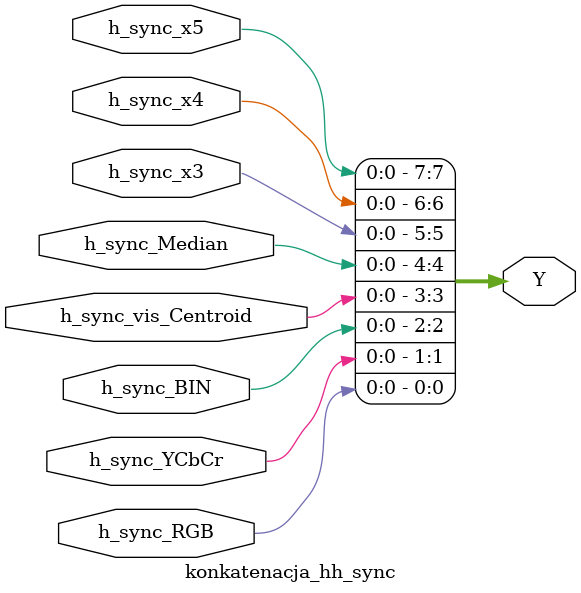
<source format=v>
`timescale 1ns / 1ps


module konkatenacja_hh_sync(
    input h_sync_RGB,
        input h_sync_YCbCr,
        input h_sync_BIN,
        input h_sync_vis_Centroid,
        input h_sync_Median,
        input h_sync_x3,
        input h_sync_x4,
        input h_sync_x5,
        output [7:0] Y       
);
assign Y = {h_sync_x5,h_sync_x4,h_sync_x3,h_sync_Median,h_sync_vis_Centroid,h_sync_BIN,h_sync_YCbCr,h_sync_RGB};
endmodule
</source>
